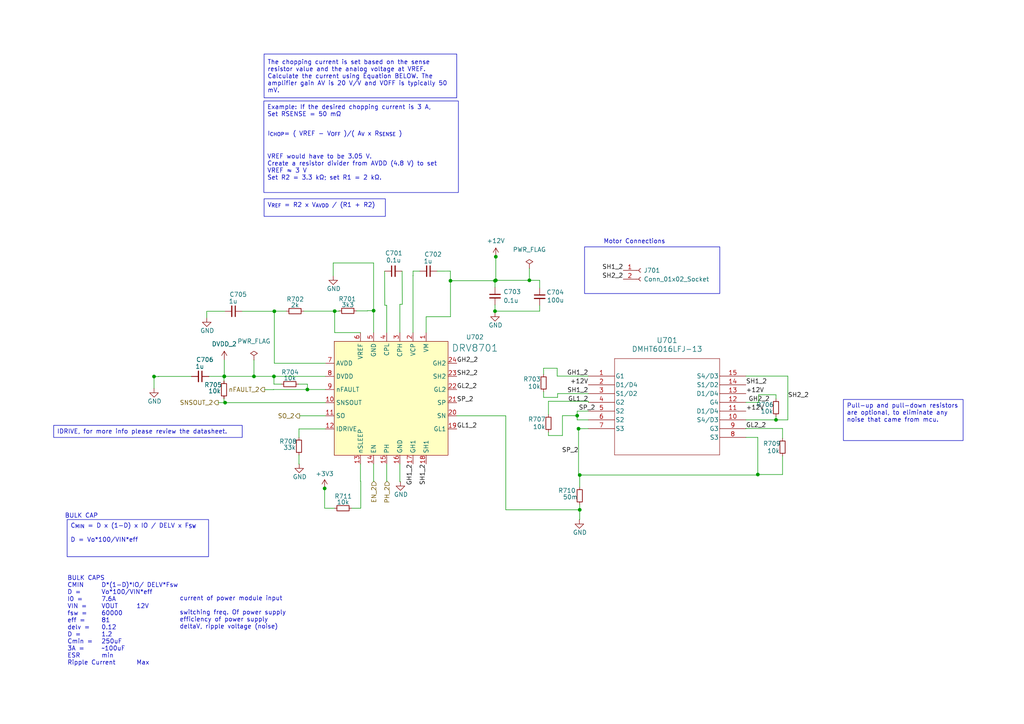
<source format=kicad_sch>
(kicad_sch (version 20231120) (generator "eeschema") (generator_version "8.0")
  (paper "A4")
  (title_block (title "Mixed Signal Board Project") (date "2024-06-24") (rev "V1.0") (company "open source") (comment 1 "this project for learning purposes"))
  (lib_symbols
    (symbol "Connector:Conn_01x02_Socket" (pin_names (offset 1.016) hide)
      (property "Reference" "J" (at 0 2.54 0))
      (property "Value" "Conn_01x02_Socket" (at 0 -5.08 0))
      (symbol "Conn_01x02_Socket_1_1"
        (arc (start 0 -2.032) (mid -0.5058 -2.54) (end 0 -3.048) (stroke (width 0.1524)))
        (polyline (pts (xy -1.27 -2.54) (xy -0.508 -2.54)) (stroke (width 0.1524)))
        (polyline (pts (xy -1.27 0) (xy -0.508 0)) (stroke (width 0.1524)))
        (arc (start 0 0.508) (mid -0.5058 0) (end 0 -0.508) (stroke (width 0.1524)))
        (pin passive line (at -5.08 0 0) (length 3.81) (name "Pin_1") (number "1"))
        (pin passive line (at -5.08 -2.54 0) (length 3.81) (name "Pin_2") (number "2"))
      )
    )
    (symbol "DMHT6016LFJ:DMHT6016LFJ-13" (pin_names (offset 0.254))
      (property "Reference" "U" (at 22.86 10.16 0))
      (property "Value" "DMHT6016LFJ-13" (at 22.86 7.62 0))
      (symbol "DMHT6016LFJ-13_0_1"
        (polyline (pts (xy 7.62 -22.86) (xy 38.1 -22.86)) (stroke (width 0.127)))
        (polyline (pts (xy 7.62 5.08) (xy 7.62 -22.86)) (stroke (width 0.127)))
        (polyline (pts (xy 38.1 -22.86) (xy 38.1 5.08)) (stroke (width 0.127)))
        (polyline (pts (xy 38.1 5.08) (xy 7.62 5.08)) (stroke (width 0.127)))
        (pin bidirectional line (at 0 0 0) (length 7.62) (name "G1") (number "1"))
        (pin bidirectional line (at 45.72 -12.7 180) (length 7.62) (name "S4/D3") (number "10"))
        (pin bidirectional line (at 45.72 -10.16 180) (length 7.62) (name "D1/D4") (number "11"))
        (pin bidirectional line (at 45.72 -7.62 180) (length 7.62) (name "G4") (number "12"))
        (pin bidirectional line (at 45.72 -5.08 180) (length 7.62) (name "D1/D4") (number "13"))
        (pin bidirectional line (at 45.72 -2.54 180) (length 7.62) (name "S1/D2") (number "14"))
        (pin bidirectional line (at 45.72 0 180) (length 7.62) (name "S4/D3") (number "15"))
        (pin bidirectional line (at 0 -2.54 0) (length 7.62) (name "D1/D4") (number "2"))
        (pin bidirectional line (at 0 -5.08 0) (length 7.62) (name "S1/D2") (number "3"))
        (pin bidirectional line (at 0 -7.62 0) (length 7.62) (name "G2") (number "4"))
        (pin bidirectional line (at 0 -10.16 0) (length 7.62) (name "S2") (number "5"))
        (pin bidirectional line (at 0 -12.7 0) (length 7.62) (name "S2") (number "6"))
        (pin bidirectional line (at 0 -15.24 0) (length 7.62) (name "S3") (number "7"))
        (pin bidirectional line (at 45.72 -17.78 180) (length 7.62) (name "S3") (number "8"))
        (pin bidirectional line (at 45.72 -15.24 180) (length 7.62) (name "G3") (number "9"))
      )
    )
    (symbol "Device:C_Small" (pin_numbers hide) (pin_names (offset 0.254) hide)
      (property "Reference" "C" (at 0.254 1.778 0))
      (property "Value" "C_Small" (at 0.254 -2.032 0))
      (symbol "C_Small_0_1"
        (polyline (pts (xy -1.524 -0.508) (xy 1.524 -0.508)) (stroke (width 0.3302)))
        (polyline (pts (xy -1.524 0.508) (xy 1.524 0.508)) (stroke (width 0.3048)))
      )
      (symbol "C_Small_1_1"
        (pin passive line (at 0 2.54 270) (length 2.032) (name "~") (number "1"))
        (pin passive line (at 0 -2.54 90) (length 2.032) (name "~") (number "2"))
      )
    )
    (symbol "Device:R_Small" (pin_numbers hide) (pin_names (offset 0.254) hide)
      (property "Reference" "R" (at 0.762 0.508 0))
      (property "Value" "R_Small" (at 0.762 -1.016 0))
      (symbol "R_Small_0_1"
        (rectangle (start -0.762 1.778) (end 0.762 -1.778) (stroke (width 0.2032)))
      )
      (symbol "R_Small_1_1"
        (pin passive line (at 0 2.54 270) (length 0.762) (name "~") (number "1"))
        (pin passive line (at 0 -2.54 90) (length 0.762) (name "~") (number "2"))
      )
    )
    (symbol "custom1:DRV8701ERGET"
      (property "Reference" "U?" (at 24.3105 17.7486 0))
      (property "Value" "DRV8701" (at 24.3105 14.5736 0))
      (symbol "DRV8701ERGET_1_0"
        (pin output line (at -19.05 -5.08 0) (length 2.54) (name "SO") (number "11"))
        (pin input line (at -19.05 -8.89 0) (length 2.54) (name "IDRIVE") (number "12"))
        (pin input line (at -8.89 -19.05 90) (length 2.54) (name "nSLEEP") (number "13"))
        (pin input line (at -5.08 -19.05 90) (length 2.54) (name "EN") (number "14"))
        (pin input line (at -1.27 -19.05 90) (length 2.54) (name "PH") (number "15"))
        (pin passive line (at 2.54 -19.05 90) (length 2.54) (name "GND") (number "16"))
        (pin output line (at 6.35 -19.05 90) (length 2.54) (name "GH1") (number "17"))
        (pin input line (at 10.16 -19.05 90) (length 2.54) (name "SH1") (number "18"))
        (pin output line (at 19.05 -8.89 180) (length 2.54) (name "GL1") (number "19"))
        (pin input line (at 19.05 -5.08 180) (length 2.54) (name "SN") (number "20"))
        (pin input line (at 19.05 -1.27 180) (length 2.54) (name "SP") (number "21"))
        (pin output line (at 19.05 2.54 180) (length 2.54) (name "GL2") (number "22"))
        (pin input line (at 19.05 6.35 180) (length 2.54) (name "SH2") (number "23"))
        (pin output line (at 19.05 10.16 180) (length 2.54) (name "GH2") (number "24"))
        (pin passive line (at -8.89 19.05 270) (length 2.54) (name "VREF") (number "6"))
        (pin passive line (at -19.05 10.16 0) (length 2.54) (name "AVDD") (number "7"))
        (pin passive line (at -19.05 6.35 0) (length 2.54) (name "DVDD") (number "8"))
        (pin output line (at -19.05 2.54 0) (length 2.54) (name "nFAULT") (number "9"))
      )
      (symbol "DRV8701ERGET_1_1"
        (rectangle (start -16.51 16.51) (end 16.51 -16.51) (fill (type background)))
        (pin passive line (at 10.16 19.05 270) (length 2.54) (name "VM") (number "1"))
        (pin output line (at -19.05 -1.27 0) (length 2.54) (name "SNSOUT") (number "10"))
        (pin passive line (at 6.35 19.05 270) (length 2.54) (name "VCP") (number "2"))
        (pin passive line (at 2.54 19.05 270) (length 2.54) (name "CPH") (number "3"))
        (pin passive line (at -1.27 19.05 270) (length 2.54) (name "CPL") (number "4"))
        (pin passive line (at -5.08 19.05 270) (length 2.54) (name "GND") (number "5"))
      )
    )
    (symbol "power:+12V" (power) (pin_names (offset 0))
      (property "Value" "+12V" (at 0 3.556 0))
      (symbol "+12V_0_1"
        (polyline (pts (xy -0.762 1.27) (xy 0 2.54)))
        (polyline (pts (xy 0 0) (xy 0 2.54)))
        (polyline (pts (xy 0 2.54) (xy 0.762 1.27)))
      )
      (symbol "+12V_1_1"
        (pin power_in line (at 0 0 90) (length 0) hide (name "+12V") (number "1"))
      )
    )
    (symbol "power:+3V3" (power) (pin_names (offset 0))
      (property "Value" "+3V3" (at 0 3.556 0))
      (symbol "+3V3_0_1"
        (polyline (pts (xy -0.762 1.27) (xy 0 2.54)))
        (polyline (pts (xy 0 0) (xy 0 2.54)))
        (polyline (pts (xy 0 2.54) (xy 0.762 1.27)))
      )
      (symbol "+3V3_1_1"
        (pin power_in line (at 0 0 90) (length 0) hide (name "+3V3") (number "1"))
      )
    )
    (symbol "power:GND" (power) (pin_names (offset 0))
      (property "Value" "GND" (at 0 -3.81 0))
      (symbol "GND_0_1"
        (polyline (pts (xy 0 0) (xy 0 -1.27) (xy 1.27 -1.27) (xy 0 -2.54) (xy -1.27 -1.27) (xy 0 -1.27)))
      )
      (symbol "GND_1_1"
        (pin power_in line (at 0 0 270) (length 0) hide (name "GND") (number "1"))
      )
    )
    (symbol "power:PWR_FLAG" (power) (pin_numbers hide) (pin_names (offset 0) hide)
      (property "Value" "PWR_FLAG" (at 0 3.81 0))
      (symbol "PWR_FLAG_0_0"
        (pin power_out line (at 0 0 90) (length 0) (name "pwr") (number "1"))
      )
      (symbol "PWR_FLAG_0_1"
        (polyline (pts (xy 0 0) (xy 0 1.27) (xy -1.016 1.905) (xy 0 2.54) (xy 1.016 1.905) (xy 0 1.27)))
      )
    )
    (symbol "power:VDD" (power) (pin_names (offset 0))
      (property "Value" "VDD" (at 0 3.81 0))
      (symbol "VDD_0_1"
        (polyline (pts (xy -0.762 1.27) (xy 0 2.54)))
        (polyline (pts (xy 0 0) (xy 0 2.54)))
        (polyline (pts (xy 0 2.54) (xy 0.762 1.27)))
      )
      (symbol "VDD_1_1"
        (pin power_in line (at 0 0 90) (length 0) hide (name "VDD") (number "1"))
      )
    )
  )
  (junction (at 97.0671 90.2456))
  (junction (at 168.1415 147.8656))
  (junction (at 73.6581 109.1669))
  (junction (at 225.0723 121.7812))
  (junction (at 130.6565 81.4249))
  (junction (at 79.5667 90.2852))
  (junction (at 65.0499 109.1669))
  (junction (at 108.3584 90.1045))
  (junction (at 79.4571 109.1669))
  (junction (at 44.6755 109.2081))
  (junction (at 153.544 81.3086))
  (junction (at 143.57 81.4249))
  (junction (at 65.2912 116.7869))
  (junction (at 89.1599 112.9769))
  (junction (at 94.1551 141.6614))
  (junction (at 143.57 90.2469))
  (junction (at 168.1415 137.7785))
  (junction (at 143.8069 74.4616))
  (junction (at 65.0488 109.1669))
  (junction (at 143.8069 81.3086))
  (junction (at 167.7981 124.345))
  (junction (at 167.4086 120.5577))
  (junction (at 219.7911 137.6315))
  (wire (pts (xy 86.7137 124.4069) (xy 94.3884 124.4069)))
  (wire (pts (xy 170.626 124.3212) (xy 167.7981 124.345)))
  (wire (pts (xy 143.8069 74.3348) (xy 143.8069 74.4616)))
  (wire (pts (xy 44.6659 109.2081) (xy 44.6755 109.2081)))
  (wire (pts (xy 86.7137 126.8939) (xy 86.7137 124.4069)))
  (wire (pts (xy 226.9695 137.6315) (xy 219.7911 137.6315)))
  (wire (pts (xy 219.7911 126.8612) (xy 216.346 126.8612)))
  (wire (pts (xy 63.3179 116.7744) (xy 65.2912 116.7744)))
  (wire (pts (xy 108.3584 90.1045) (xy 108.3584 76.2735)))
  (wire (pts (xy 143.8069 74.4616) (xy 143.8069 81.3086)))
  (wire (pts (xy 143.57 88.434) (xy 143.57 90.2469)))
  (wire (pts (xy 103.4176 90.175) (xy 106.5935 90.175)))
  (wire (pts (xy 70.2699 90.2852) (xy 70.2699 90.275)))
  (wire (pts (xy 157.6619 108.5332) (xy 157.6619 106.7974)))
  (wire (pts (xy 119.7884 79.9351) (xy 119.7884 96.4669)))
  (wire (pts (xy 104.5484 134.5669) (xy 104.5484 139.5566)))
  (wire (pts (xy 89.1599 111.4154) (xy 89.1599 112.9769)))
  (wire (pts (xy 73.6581 104.3984) (xy 73.6581 109.1669)))
  (wire (pts (xy 79.4571 111.4154) (xy 79.4571 109.1669)))
  (wire (pts (xy 59.9681 90.275) (xy 59.9681 92.1803)))
  (wire (pts (xy 64.968 116.7869) (xy 65.2912 116.7869)))
  (wire (pts (xy 143.57 90.2469) (xy 143.57 90.5984)))
  (wire (pts (xy 64.968 115.5816) (xy 64.968 116.7869)))
  (wire (pts (xy 104.5484 96.4669) (xy 97.0671 96.4669)))
  (wire (pts (xy 60.5986 109.1669) (xy 60.5986 109.1799)))
  (wire (pts (xy 168.1415 137.7785) (xy 219.7911 137.7785)))
  (wire (pts (xy 219.7911 137.7785) (xy 219.7911 137.6315)))
  (wire (pts (xy 89.1599 112.9769) (xy 79.3395 112.9769)))
  (wire (pts (xy 168.1415 150.7108) (xy 168.0399 150.7108)))
  (wire (pts (xy 97.0671 96.4669) (xy 97.0671 90.2456)))
  (wire (pts (xy 94.1551 141.6614) (xy 94.1757 141.6614)))
  (wire (pts (xy 143.57 81.4249) (xy 143.57 83.354)))
  (wire (pts (xy 126.7911 78.6426) (xy 130.6292 78.631)))
  (wire (pts (xy 112.1684 134.5669) (xy 112.1684 139.5566)))
  (wire (pts (xy 64.968 110.5016) (xy 64.968 109.3638)))
  (wire (pts (xy 88.1048 90.2456) (xy 97.0671 90.2456)))
  (wire (pts (xy 81.5313 111.4154) (xy 79.4571 111.4154)))
  (wire (pts (xy 44.6755 109.2081) (xy 46.0017 109.2081)))
  (wire (pts (xy 86.7137 134.5849) (xy 86.7843 134.5849)))
  (wire (pts (xy 108.3584 134.5669) (xy 108.3584 139.5566)))
  (wire (pts (xy 143.8069 81.4249) (xy 143.57 81.4249)))
  (wire (pts (xy 226.9695 124.2827) (xy 216.346 124.2827)))
  (wire (pts (xy 170.626 116.3826) (xy 170.626 116.7012)))
  (wire (pts (xy 146.7007 147.8656) (xy 168.1415 147.8656)))
  (wire (pts (xy 65.2912 116.7869) (xy 94.3884 116.7869)))
  (wire (pts (xy 119.8075 79.9351) (xy 119.8075 78.631)))
  (wire (pts (xy 111.6037 88.552) (xy 111.5511 78.6426)))
  (wire (pts (xy 228.5036 109.0812) (xy 216.346 109.0812)))
  (wire (pts (xy 86.9254 120.5969) (xy 86.9254 120.641)))
  (wire (pts (xy 108.3584 96.4669) (xy 108.3584 90.1045)))
  (wire (pts (xy 119.8075 78.631) (xy 121.7111 78.6426)))
  (wire (pts (xy 167.4086 120.5577) (xy 167.4086 119.2412)))
  (wire (pts (xy 94.1551 147.4049) (xy 94.1551 141.6614)))
  (wire (pts (xy 65.0488 109.1669) (xy 60.5986 109.1669)))
  (wire (pts (xy 108.3584 139.5566) (xy 108.4492 139.5566)))
  (wire (pts (xy 116.6837 88.2698) (xy 115.9784 88.2698)))
  (wire (pts (xy 115.9784 88.2698) (xy 115.9784 96.4669)))
  (wire (pts (xy 156.5298 88.6034) (xy 156.5298 90.2469)))
  (wire (pts (xy 159.0733 126.3206) (xy 163.1338 126.3206)))
  (wire (pts (xy 102.0283 147.4049) (xy 104.6392 147.4049)))
  (wire (pts (xy 156.5298 90.2469) (xy 143.57 90.2469)))
  (wire (pts (xy 65.0499 109.3638) (xy 65.0499 109.1669)))
  (wire (pts (xy 153.544 81.3086) (xy 156.5298 81.3086)))
  (wire (pts (xy 225.0723 114.5009) (xy 220.0448 114.5009)))
  (wire (pts (xy 94.3884 112.9769) (xy 89.1599 112.9769)))
  (wire (pts (xy 143.8069 81.3086) (xy 143.8069 81.4249)))
  (wire (pts (xy 226.9695 127.1528) (xy 226.9695 124.2827)))
  (wire (pts (xy 161.7225 115.2653) (xy 161.7225 114.1612)))
  (wire (pts (xy 94.3884 109.1669) (xy 79.4571 109.1669)))
  (wire (pts (xy 97.0671 90.2456) (xy 98.3376 90.2456)))
  (wire (pts (xy 94.3884 120.5969) (xy 86.9254 120.5969)))
  (wire (pts (xy 79.5667 90.2852) (xy 79.5667 105.3569)))
  (wire (pts (xy 225.0723 121.7812) (xy 228.5036 121.7812)))
  (wire (pts (xy 167.4086 121.7812) (xy 167.4086 120.5577)))
  (wire (pts (xy 44.6755 109.2081) (xy 44.6755 112.663)))
  (wire (pts (xy 46.0017 109.2081) (xy 46.0017 109.1799)))
  (wire (pts (xy 108.3584 76.2735) (xy 96.6437 76.2735)))
  (wire (pts (xy 225.0723 115.6955) (xy 225.0723 114.5009)))
  (wire (pts (xy 73.6581 109.1669) (xy 79.4571 109.1669)))
  (wire (pts (xy 115.9784 134.5669) (xy 115.9784 139.6978)))
  (wire (pts (xy 123.5984 91.8686) (xy 130.6565 91.8686)))
  (wire (pts (xy 86.7137 131.9739) (xy 86.7137 134.5849)))
  (wire (pts (xy 65.1899 90.275) (xy 59.9681 90.275)))
  (wire (pts (xy 76.7685 113.0097) (xy 76.7685 112.9885)))
  (wire (pts (xy 98.3376 90.2456) (xy 98.3376 90.175)))
  (wire (pts (xy 167.7981 124.345) (xy 167.7981 137.7785)))
  (wire (pts (xy 79.5667 90.2456) (xy 79.5667 90.2852)))
  (wire (pts (xy 159.0733 120.2471) (xy 159.0733 116.3826)))
  (wire (pts (xy 119.8075 79.9351) (xy 119.7884 79.9351)))
  (wire (pts (xy 79.5667 90.2852) (xy 70.2699 90.2852)))
  (wire (pts (xy 220.0448 114.5009) (xy 220.0448 116.7012)))
  (wire (pts (xy 112.1684 88.552) (xy 111.6037 88.552)))
  (wire (pts (xy 156.5298 83.5234) (xy 156.5298 81.3086)))
  (wire (pts (xy 106.5935 90.175) (xy 106.5935 90.1045)))
  (wire (pts (xy 159.0733 116.3826) (xy 170.626 116.3826)))
  (wire (pts (xy 163.1338 120.5577) (xy 167.4086 120.5577)))
  (wire (pts (xy 104.5484 139.5566) (xy 104.6392 139.5566)))
  (wire (pts (xy 115.9784 139.6978) (xy 116.1409 139.6978)))
  (wire (pts (xy 65.0499 109.1669) (xy 73.6581 109.1669)))
  (wire (pts (xy 157.6619 115.2653) (xy 161.7225 115.2653)))
  (wire (pts (xy 65.0488 104.3882) (xy 65.0488 109.1669)))
  (wire (pts (xy 167.7981 124.3212) (xy 167.7981 124.345)))
  (wire (pts (xy 79.3395 112.9769) (xy 79.3395 113.0097)))
  (wire (pts (xy 130.6565 81.4249) (xy 143.57 81.4249)))
  (wire (pts (xy 123.5984 96.4669) (xy 123.5984 91.8686)))
  (wire (pts (xy 216.346 124.2827) (xy 216.346 124.3212)))
  (wire (pts (xy 64.968 109.3638) (xy 65.0499 109.3638)))
  (wire (pts (xy 83.0248 90.2456) (xy 79.5667 90.2456)))
  (wire (pts (xy 65.0499 109.1669) (xy 65.0488 109.1669)))
  (wire (pts (xy 170.626 121.7812) (xy 167.4086 121.7812)))
  (wire (pts (xy 130.6292 78.631) (xy 130.6292 81.4249)))
  (wire (pts (xy 168.1415 147.8656) (xy 168.1415 150.7108)))
  (wire (pts (xy 106.5935 90.1045) (xy 108.3584 90.1045)))
  (wire (pts (xy 112.1684 96.4669) (xy 112.1684 88.552)))
  (wire (pts (xy 153.544 77.8111) (xy 153.544 81.3086)))
  (wire (pts (xy 168.1415 146.341) (xy 168.1415 147.8656)))
  (wire (pts (xy 94.3884 105.3569) (xy 79.5667 105.3569)))
  (wire (pts (xy 132.4884 120.5969) (xy 146.7007 120.5969)))
  (wire (pts (xy 130.6292 81.4249) (xy 130.6565 81.4249)))
  (wire (pts (xy 161.6049 106.7974) (xy 161.6049 109.0812)))
  (wire (pts (xy 216.346 121.7812) (xy 225.0723 121.7812)))
  (wire (pts (xy 112.1684 139.5566) (xy 112.2592 139.5566)))
  (wire (pts (xy 219.7911 137.6315) (xy 219.7911 126.8612)))
  (wire (pts (xy 79.3395 113.0097) (xy 76.7685 113.0097)))
  (wire (pts (xy 161.6049 109.0812) (xy 170.626 109.0812)))
  (wire (pts (xy 96.6437 76.2735) (xy 96.6437 80.0135)))
  (wire (pts (xy 161.7225 114.1612) (xy 170.626 114.1612)))
  (wire (pts (xy 226.9695 132.2328) (xy 226.9695 137.6315)))
  (wire (pts (xy 225.0723 120.7755) (xy 225.0723 121.7812)))
  (wire (pts (xy 65.2912 116.7744) (xy 65.2912 116.7869)))
  (wire (pts (xy 159.0733 125.3271) (xy 159.0733 126.3206)))
  (wire (pts (xy 157.6619 106.7974) (xy 161.6049 106.7974)))
  (wire (pts (xy 228.5036 121.7812) (xy 228.5036 109.0812)))
  (wire (pts (xy 86.6113 111.4154) (xy 89.1599 111.4154)))
  (wire (pts (xy 163.1338 126.3206) (xy 163.1338 120.5577)))
  (wire (pts (xy 157.6619 113.6132) (xy 157.6619 115.2653)))
  (wire (pts (xy 143.8069 81.3086) (xy 153.544 81.3086)))
  (wire (pts (xy 146.7007 120.5969) (xy 146.7007 147.8656)))
  (wire (pts (xy 130.6565 91.8686) (xy 130.6565 81.4249)))
  (wire (pts (xy 46.0017 109.1799) (xy 55.5186 109.1799)))
  (wire (pts (xy 167.7981 137.7785) (xy 168.1415 137.7785)))
  (wire (pts (xy 168.1415 141.261) (xy 168.1415 137.7785)))
  (wire (pts (xy 96.9483 147.4049) (xy 94.1551 147.4049)))
  (wire (pts (xy 116.6311 78.6426) (xy 116.6837 88.2698)))
  (wire (pts (xy 220.0448 116.7012) (xy 216.346 116.7012)))
  (wire (pts (xy 104.6392 147.4049) (xy 104.6392 139.5566)))
  (wire (pts (xy 167.4086 119.2412) (xy 170.626 119.2412)))
  (rectangle (start 169.545 71.6016) (end 208.773 85.1367))
  (text_box "C_{MIN} = D x (1-D) x IO / DELV x F_{SW}\n\nD = Vo*100/VIN*eff\n" (at 19.4716 150.6905 0) (size 41.0191 10.772) (effects (font (size 1.27 1.27)) (justify left top)))
  (text_box "Pull-up and pull-down resistors are optional, to eliminate any noise that came from mcu." (at 244.6227 115.8651 0) (size 34.7174 11.9194) (effects (font (size 1.27 1.27)) (justify left top)))
  (text_box "V_{REF} = R2 x V_{AVDD} / (R1 + R2)\n" (at 76.5948 57.6644 0) (size 35.1797 5.0958) (effects (font (size 1.27 1.27)) (justify left top)))
  (text_box "IDRIVE, for more info please review the datasheet.\n" (at 15.5695 123.3764 0) (size 54.6854 3.5016) (effects (font (size 1.27 1.27)) (justify left top)))
  (text_box "The chopping current is set based on the sense resistor value and the analog voltage at VREF. Calculate the current using Equation BELOW. The amplifier gain AV is 20 V/V and VOFF is typically 50 mV." (at 76.5948 15.6689 0) (size 55.88 12.7) (effects (font (size 1.27 1.27)) (justify left)))
  (text_box "Example: If the desired chopping current is 3 A,\nSet RSENSE = 50 mΩ\n\n\n\n\n\nVREF would have to be 3.05 V.\nCreate a resistor divider from AVDD (4.8 V) to set VREF ≈ 3 V\nSet R2 = 3.3 kΩ; set R1 = 2 kΩ." (at 76.5272 29.2863 0) (size 56.4248 26.5523) (effects (font (size 1.27 1.27)) (justify left top)))
  (text "I_{CHOP}= ( VREF - V_{OFF} )/( A_{V} x R_{SENSE} )" (at 97.1347 38.9194 0) (effects (font (size 1.27 1.27))))
  (text "BULK CAP \n" (at 24.1052 149.715 0) (effects (font (size 1.27 1.27))))
  (text "Motor Connections\n" (at 184.0195 70.1383 0) (effects (font (size 1.27 1.27))))
  (text "\n\n\ncurrent of power module input\n\nswitching freq. Of power supply\nefficiency of power supply \ndeltaV, ripple voltage (noise)\n" (at 52.0697 166.8069 0) (effects (font (size 1.27 1.27)) (justify left top)))
  (text "BULK CAPS	\nCMIN	D*(1-D)*IO/ DELV*Fsw\nD = 	Vo*100/VIN*eff\nI0 = 	7.6A\nVIN = 	VOUT	12V\nfsw = 	60000\neff = 	81\ndelv = 	0.12\nD = 	1.2\nCmin = 	250uF\n3A = 	~100uF\nESR		min\nRipple Current 	Max\n" (at 19.5123 167.0507 0) (effects (font (size 1.27 1.27)) (justify left top)))
  (label "GH2_2" (at 132.4884 105.3569 0))
  (label "SP_2" (at 132.4884 116.7869 0))
  (label "GL1_2" (at 132.4884 124.4069 0))
  (label "GL2_2" (at 216.346 124.3212 0))
  (label "GL2_2" (at 132.4884 112.9769 0))
  (label "GL1_2" (at 170.626 116.7012 180))
  (label "GH1_2" (at 119.7884 134.5669 270))
  (label "SP_2" (at 167.8151 119.2412 0))
  (label "+12V" (at 216.346 119.2412 0))
  (label "+12V" (at 216.346 114.1612 0))
  (label "+12V" (at 170.626 111.6212 180))
  (label "GH2_2" (at 217.0803 116.7012 0))
  (label "SH1_2" (at 170.626 114.1612 180))
  (label "SH1_2" (at 123.5984 134.5669 270))
  (label "SH2_2" (at 132.4884 109.1669 0))
  (label "SH2_2" (at 180.7686 80.9701 180))
  (label "GH1_2" (at 170.626 109.0812 180))
  (label "SH1_2" (at 216.346 111.6212 0))
  (label "SH1_2" (at 180.7686 78.4301 180))
  (label "SH2_2" (at 228.5036 115.5859 0))
  (label "SP_2" (at 167.7981 131.552 180))
  (hierarchical_label "EN_2" (shape input) (at 108.4492 139.5566 270))
  (hierarchical_label "PH_2" (shape input) (at 112.2592 139.5566 270))
  (hierarchical_label "SNSOUT_2" (shape output) (at 63.3179 116.7744 180))
  (hierarchical_label "SO_2" (shape output) (at 86.9254 120.641 180))
  (hierarchical_label "nFAULT_2" (shape output) (at 76.7685 112.9885 180))
  (symbol (lib_id "Device:R_Small") (at 99.4883 147.4049 90) (unit 1)
    (property "Reference" "R711" (at 99.5589 143.9472 90))
    (property "Value" "10k" (at 99.4883 145.6408 90))
    (property "Footprint" "Resistor_SMD:R_0805_2012Metric_Pad1.20x1.40mm_HandSolder" (effects (hide yes)))
    (property "Description" "Resistor, small symbol" (effects (hide yes)))
  )
  (symbol (lib_id "Device:R_Small") (at 100.8776 90.175 90) (unit 1)
    (property "Reference" "R701" (at 100.7365 86.7173 90))
    (property "Value" "3k3" (at 100.8776 88.4109 90))
    (property "Footprint" "Resistor_SMD:R_0805_2012Metric_Pad1.20x1.40mm_HandSolder" (effects (hide yes)))
    (property "Description" "Resistor, small symbol" (effects (hide yes)))
  )
  (symbol (lib_id "power:PWR_FLAG") (at 73.6581 104.3984 0) (unit 1)
    (property "Reference" "#FLG0403" (effects (hide yes)))
    (property "Value" "PWR_FLAG" (at 73.6581 98.9773 0))
    (property "Description" "Special symbol for telling ERC where power comes from" (effects (hide yes)))
  )
  (symbol (lib_id "Device:R_Small") (at 225.0723 118.2355 180) (unit 1)
    (property "Reference" "R706" (at 221.887 117.3942 0))
    (property "Value" "10k" (at 222.426 119.3053 0))
    (property "Footprint" "Resistor_SMD:R_0805_2012Metric_Pad1.20x1.40mm_HandSolder" (effects (hide yes)))
    (property "Description" "Resistor, small symbol" (effects (hide yes)))
  )
  (symbol (lib_id "DMHT6016LFJ:DMHT6016LFJ-13") (at 170.626 109.0812 0) (unit 1)
    (property "Reference" "U701" (at 193.486 98.7039 0) (effects (font (size 1.524 1.524))))
    (property "Value" "DMHT6016LFJ-13" (at 193.486 101.2439 0) (effects (font (size 1.524 1.524))))
    (property "Footprint" "footprints:V-DFN5045-12_DIO" (effects (hide yes)))
    (property "Datasheet" "DMHT6016LFJ-13" (effects (hide yes)))
  )
  (symbol (lib_id "Device:R_Small") (at 168.1415 143.801 180) (unit 1)
    (property "Reference" "R710" (at 164.4375 142.2835 0))
    (property "Value" "50m" (at 165.407 144.1604 0))
    (property "Footprint" "Resistor_SMD:R_2512_6332Metric_Pad1.40x3.35mm_HandSolder" (effects (hide yes)))
    (property "Description" "Resistor, small symbol" (effects (hide yes)))
  )
  (symbol (lib_id "Device:R_Small") (at 226.9695 129.6928 180) (unit 1)
    (property "Reference" "R709" (at 223.8822 128.6565 0))
    (property "Value" "10k" (at 224.3232 130.7637 0))
    (property "Footprint" "Resistor_SMD:R_0805_2012Metric_Pad1.20x1.40mm_HandSolder" (effects (hide yes)))
    (property "Description" "Resistor, small symbol" (effects (hide yes)))
  )
  (symbol (lib_id "Device:C_Small") (at 156.5298 86.0634 0) (unit 1) (exclude_from_sim yes) (in_bom no) (on_board no)
    (property "Reference" "C704" (at 158.4971 84.7781 0) (effects (justify left)))
    (property "Value" "100u" (at 158.6147 87.0715 0) (effects (justify left)))
    (property "Footprint" "Capacitor_SMD:CP_Elec_8x10" (effects (hide yes)))
    (property "Description" "Unpolarized capacitor, small symbol" (effects (hide yes)))
  )
  (symbol (lib_id "power:+12V") (at 143.8069 74.4616 0) (unit 1)
    (property "Reference" "#PWR0818" (effects (hide yes)))
    (property "Value" "+12V" (at 143.8069 69.85 0))
    (property "Description" "Power symbol creates a global label with name \"+12V\"" (effects (hide yes)))
  )
  (symbol (lib_id "Device:R_Small") (at 64.968 113.0416 180) (unit 1)
    (property "Reference" "R705" (at 61.8101 111.6368 0))
    (property "Value" "10k" (at 62.2335 113.401 0))
    (property "Footprint" "Resistor_SMD:R_0805_2012Metric_Pad1.20x1.40mm_HandSolder" (effects (hide yes)))
    (property "Description" "Resistor, small symbol" (effects (hide yes)))
  )
  (symbol (lib_id "power:GND") (at 116.1409 139.6978 0) (unit 1)
    (property "Reference" "#PWR0708" (effects (hide yes)))
    (property "Value" "GND" (at 116.2879 143.4222 0))
    (property "Description" "Power symbol creates a global label with name \"GND\" , ground" (effects (hide yes)))
  )
  (symbol (lib_id "Device:R_Small") (at 85.5648 90.2456 90) (unit 1)
    (property "Reference" "R702" (at 85.6354 86.7879 90))
    (property "Value" "2k" (at 85.5648 88.4815 90))
    (property "Footprint" "Resistor_SMD:R_0805_2012Metric_Pad1.20x1.40mm_HandSolder" (effects (hide yes)))
    (property "Description" "Resistor, small symbol" (effects (hide yes)))
  )
  (symbol (lib_id "power:GND") (at 168.0399 150.7108 0) (unit 1)
    (property "Reference" "#PWR0710" (effects (hide yes)))
    (property "Value" "GND" (at 168.1869 154.4352 0))
    (property "Description" "Power symbol creates a global label with name \"GND\" , ground" (effects (hide yes)))
  )
  (symbol (lib_id "Device:C_Small") (at 124.2511 78.6426 270) (unit 1)
    (property "Reference" "C702" (at 123.0515 73.7736 90) (effects (justify left)))
    (property "Value" "1u" (at 122.8398 75.7494 90) (effects (justify left)))
    (property "Footprint" "Capacitor_SMD:C_0805_2012Metric" (effects (hide yes)))
    (property "Description" "Unpolarized capacitor, small symbol" (effects (hide yes)))
  )
  (symbol (lib_id "Device:C_Small") (at 58.0586 109.1799 270) (unit 1)
    (property "Reference" "C706" (at 56.859 104.3109 90) (effects (justify left)))
    (property "Value" "1u" (at 56.6473 106.2867 90) (effects (justify left)))
    (property "Footprint" "Capacitor_SMD:C_0805_2012Metric" (effects (hide yes)))
    (property "Description" "Unpolarized capacitor, small symbol" (effects (hide yes)))
  )
  (symbol (lib_id "power:GND") (at 96.6437 80.0135 0) (unit 1)
    (property "Reference" "#PWR0702" (effects (hide yes)))
    (property "Value" "GND" (at 96.7907 83.7379 0))
    (property "Description" "Power symbol creates a global label with name \"GND\" , ground" (effects (hide yes)))
  )
  (symbol (lib_id "power:+3V3") (at 94.1551 141.6614 0) (unit 1)
    (property "Reference" "#PWR0406" (effects (hide yes)))
    (property "Value" "+3V3" (at 94.1551 137.42 0))
    (property "Description" "Power symbol creates a global label with name \"+3V3\"" (effects (hide yes)))
  )
  (symbol (lib_id "custom1:DRV8701ERGET") (at 113.4384 115.5169 0) (unit 1)
    (property "Reference" "U702" (at 137.7489 97.7683 0))
    (property "Value" "DRV8701" (at 137.7489 100.9433 0) (effects (font (size 2 2))))
    (property "Footprint" "footprints:RGE0024F" (effects (hide yes)))
    (property "Datasheet" "https://www.ti.com/lit/ds/symlink/drv8701.pdf" (effects (hide yes)))
    (property "Description" "The DRV8701 is a single H-bridge gate driver that uses four extermal N-channel MOSFETs targeted to drive a 12V to 24V bidirectional brushed DC motor." (effects (hide yes)))
  )
  (symbol (lib_id "Connector:Conn_01x02_Socket") (at 185.8486 78.4301 0) (unit 1)
    (property "Reference" "J701" (at 186.69 78.43 0) (effects (justify left)))
    (property "Value" "Conn_01x02_Socket" (at 186.69 80.97 0) (effects (justify left)))
    (property "Footprint" "TerminalBlock_Phoenix:TerminalBlock_Phoenix_PT-1,5-2-5.0-H_1x02_P5.00mm_Horizontal" (effects (hide yes)))
    (property "Description" "Generic connector, single row, 01x02, script generated" (effects (hide yes)))
  )
  (symbol (lib_id "power:PWR_FLAG") (at 153.544 77.8111 0) (unit 1)
    (property "Reference" "#FLG0402" (effects (hide yes)))
    (property "Value" "PWR_FLAG" (at 153.544 72.39 0))
    (property "Description" "Special symbol for telling ERC where power comes from" (effects (hide yes)))
  )
  (symbol (lib_id "power:GND") (at 59.9681 92.1803 0) (unit 1)
    (property "Reference" "#PWR0704" (effects (hide yes)))
    (property "Value" "GND" (at 60.1151 95.9047 0))
    (property "Description" "Power symbol creates a global label with name \"GND\" , ground" (effects (hide yes)))
  )
  (symbol (lib_id "Device:C_Small") (at 67.7299 90.275 270) (unit 1)
    (property "Reference" "C705" (at 66.5303 85.406 90) (effects (justify left)))
    (property "Value" "1u" (at 66.3186 87.3818 90) (effects (justify left)))
    (property "Footprint" "Capacitor_SMD:C_0805_2012Metric" (effects (hide yes)))
    (property "Description" "Unpolarized capacitor, small symbol" (effects (hide yes)))
  )
  (symbol (lib_id "power:GND") (at 143.57 90.5984 0) (unit 1)
    (property "Reference" "#PWR0703" (effects (hide yes)))
    (property "Value" "GND" (at 143.717 94.3228 0))
    (property "Description" "Power symbol creates a global label with name \"GND\" , ground" (effects (hide yes)))
  )
  (symbol (lib_id "Device:R_Small") (at 86.7137 129.4339 180) (unit 1)
    (property "Reference" "R708" (at 83.5558 128.0291 0))
    (property "Value" "33k" (at 83.9792 129.7933 0))
    (property "Footprint" "Resistor_SMD:R_0805_2012Metric_Pad1.20x1.40mm_HandSolder" (effects (hide yes)))
    (property "Description" "Resistor, small symbol" (effects (hide yes)))
  )
  (symbol (lib_id "Device:C_Small") (at 143.57 85.894 0) (unit 1)
    (property "Reference" "C703" (at 146.0074 84.6302 0) (effects (justify left)))
    (property "Value" "0.1u" (at 146.0074 87.1702 0) (effects (justify left)))
    (property "Footprint" "Capacitor_SMD:C_0805_2012Metric" (effects (hide yes)))
    (property "Description" "Unpolarized capacitor, small symbol" (effects (hide yes)))
  )
  (symbol (lib_id "Device:R_Small") (at 157.6619 111.0732 180) (unit 1)
    (property "Reference" "R703" (at 154.3131 109.9728 0))
    (property "Value" "10k" (at 154.9599 112.0898 0))
    (property "Footprint" "Resistor_SMD:R_0805_2012Metric_Pad1.20x1.40mm_HandSolder" (effects (hide yes)))
    (property "Description" "Resistor, small symbol" (effects (hide yes)))
  )
  (symbol (lib_id "Device:R_Small") (at 159.0733 122.7871 180) (unit 1)
    (property "Reference" "R707" (at 155.7244 121.6162 0))
    (property "Value" "10k" (at 156.3713 123.792 0))
    (property "Footprint" "Resistor_SMD:R_0805_2012Metric_Pad1.20x1.40mm_HandSolder" (effects (hide yes)))
    (property "Description" "Resistor, small symbol" (effects (hide yes)))
  )
  (symbol (lib_id "Device:C_Small") (at 114.0911 78.6426 90) (unit 1)
    (property "Reference" "C701" (at 114.2326 73.4207 90))
    (property "Value" "0.1u" (at 114.162 75.4672 90))
    (property "Footprint" "Capacitor_SMD:C_0805_2012Metric" (effects (hide yes)))
    (property "Description" "Unpolarized capacitor, small symbol" (effects (hide yes)))
  )
  (symbol (lib_id "power:GND") (at 86.7843 134.5849 0) (unit 1)
    (property "Reference" "#PWR0707" (effects (hide yes)))
    (property "Value" "GND" (at 86.9313 138.3093 0))
    (property "Description" "Power symbol creates a global label with name \"GND\" , ground" (effects (hide yes)))
  )
  (symbol (lib_id "power:GND") (at 44.6755 112.663 0) (unit 1)
    (property "Reference" "#PWR0706" (effects (hide yes)))
    (property "Value" "GND" (at 44.8225 116.3874 0))
    (property "Description" "Power symbol creates a global label with name \"GND\" , ground" (effects (hide yes)))
  )
  (symbol (lib_id "power:VDD") (at 65.0488 104.3882 0) (unit 1)
    (property "Reference" "#PWR0705" (effects (hide yes)))
    (property "Value" "DVDD_2" (at 65.0488 99.7663 0))
    (property "Description" "Power symbol creates a global label with name \"VDD\"" (effects (hide yes)))
  )
  (symbol (lib_id "Device:R_Small") (at 84.0713 111.4154 90) (unit 1)
    (property "Reference" "R704" (at 84.1419 107.9577 90))
    (property "Value" "10k" (at 84.0713 109.6513 90))
    (property "Footprint" "Resistor_SMD:R_0805_2012Metric_Pad1.20x1.40mm_HandSolder" (effects (hide yes)))
    (property "Description" "Resistor, small symbol" (effects (hide yes)))
  )
)
</source>
